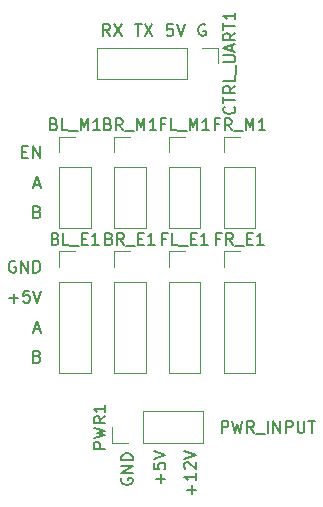
<source format=gto>
G04 #@! TF.GenerationSoftware,KiCad,Pcbnew,7.0.11+1*
G04 #@! TF.CreationDate,2024-05-23T22:44:02+02:00*
G04 #@! TF.ProjectId,pcb_shield,7063625f-7368-4696-956c-642e6b696361,rev?*
G04 #@! TF.SameCoordinates,Original*
G04 #@! TF.FileFunction,Legend,Top*
G04 #@! TF.FilePolarity,Positive*
%FSLAX46Y46*%
G04 Gerber Fmt 4.6, Leading zero omitted, Abs format (unit mm)*
G04 Created by KiCad (PCBNEW 7.0.11+1) date 2024-05-23 22:44:02*
%MOMM*%
%LPD*%
G01*
G04 APERTURE LIST*
%ADD10C,0.150000*%
%ADD11C,0.120000*%
%ADD12R,1.700000X1.700000*%
%ADD13O,1.700000X1.700000*%
%ADD14C,3.200000*%
G04 APERTURE END LIST*
D10*
X134598446Y-67469819D02*
X135169874Y-67469819D01*
X134884160Y-68469819D02*
X134884160Y-67469819D01*
X135407970Y-67469819D02*
X136074636Y-68469819D01*
X136074636Y-67469819D02*
X135407970Y-68469819D01*
X124470112Y-87559188D02*
X124374874Y-87511569D01*
X124374874Y-87511569D02*
X124232017Y-87511569D01*
X124232017Y-87511569D02*
X124089160Y-87559188D01*
X124089160Y-87559188D02*
X123993922Y-87654426D01*
X123993922Y-87654426D02*
X123946303Y-87749664D01*
X123946303Y-87749664D02*
X123898684Y-87940140D01*
X123898684Y-87940140D02*
X123898684Y-88082997D01*
X123898684Y-88082997D02*
X123946303Y-88273473D01*
X123946303Y-88273473D02*
X123993922Y-88368711D01*
X123993922Y-88368711D02*
X124089160Y-88463950D01*
X124089160Y-88463950D02*
X124232017Y-88511569D01*
X124232017Y-88511569D02*
X124327255Y-88511569D01*
X124327255Y-88511569D02*
X124470112Y-88463950D01*
X124470112Y-88463950D02*
X124517731Y-88416330D01*
X124517731Y-88416330D02*
X124517731Y-88082997D01*
X124517731Y-88082997D02*
X124327255Y-88082997D01*
X124946303Y-88511569D02*
X124946303Y-87511569D01*
X124946303Y-87511569D02*
X125517731Y-88511569D01*
X125517731Y-88511569D02*
X125517731Y-87511569D01*
X125993922Y-88511569D02*
X125993922Y-87511569D01*
X125993922Y-87511569D02*
X126232017Y-87511569D01*
X126232017Y-87511569D02*
X126374874Y-87559188D01*
X126374874Y-87559188D02*
X126470112Y-87654426D01*
X126470112Y-87654426D02*
X126517731Y-87749664D01*
X126517731Y-87749664D02*
X126565350Y-87940140D01*
X126565350Y-87940140D02*
X126565350Y-88082997D01*
X126565350Y-88082997D02*
X126517731Y-88273473D01*
X126517731Y-88273473D02*
X126470112Y-88368711D01*
X126470112Y-88368711D02*
X126374874Y-88463950D01*
X126374874Y-88463950D02*
X126232017Y-88511569D01*
X126232017Y-88511569D02*
X125993922Y-88511569D01*
X126089160Y-81065854D02*
X126565350Y-81065854D01*
X125993922Y-81351569D02*
X126327255Y-80351569D01*
X126327255Y-80351569D02*
X126660588Y-81351569D01*
X140535588Y-67517438D02*
X140440350Y-67469819D01*
X140440350Y-67469819D02*
X140297493Y-67469819D01*
X140297493Y-67469819D02*
X140154636Y-67517438D01*
X140154636Y-67517438D02*
X140059398Y-67612676D01*
X140059398Y-67612676D02*
X140011779Y-67707914D01*
X140011779Y-67707914D02*
X139964160Y-67898390D01*
X139964160Y-67898390D02*
X139964160Y-68041247D01*
X139964160Y-68041247D02*
X140011779Y-68231723D01*
X140011779Y-68231723D02*
X140059398Y-68326961D01*
X140059398Y-68326961D02*
X140154636Y-68422200D01*
X140154636Y-68422200D02*
X140297493Y-68469819D01*
X140297493Y-68469819D02*
X140392731Y-68469819D01*
X140392731Y-68469819D02*
X140535588Y-68422200D01*
X140535588Y-68422200D02*
X140583207Y-68374580D01*
X140583207Y-68374580D02*
X140583207Y-68041247D01*
X140583207Y-68041247D02*
X140392731Y-68041247D01*
X126089160Y-93305854D02*
X126565350Y-93305854D01*
X125993922Y-93591569D02*
X126327255Y-92591569D01*
X126327255Y-92591569D02*
X126660588Y-93591569D01*
X125041541Y-78287759D02*
X125374874Y-78287759D01*
X125517731Y-78811569D02*
X125041541Y-78811569D01*
X125041541Y-78811569D02*
X125041541Y-77811569D01*
X125041541Y-77811569D02*
X125517731Y-77811569D01*
X125946303Y-78811569D02*
X125946303Y-77811569D01*
X125946303Y-77811569D02*
X126517731Y-78811569D01*
X126517731Y-78811569D02*
X126517731Y-77811569D01*
X133473524Y-105917457D02*
X133425905Y-106012695D01*
X133425905Y-106012695D02*
X133425905Y-106155552D01*
X133425905Y-106155552D02*
X133473524Y-106298409D01*
X133473524Y-106298409D02*
X133568762Y-106393647D01*
X133568762Y-106393647D02*
X133664000Y-106441266D01*
X133664000Y-106441266D02*
X133854476Y-106488885D01*
X133854476Y-106488885D02*
X133997333Y-106488885D01*
X133997333Y-106488885D02*
X134187809Y-106441266D01*
X134187809Y-106441266D02*
X134283047Y-106393647D01*
X134283047Y-106393647D02*
X134378286Y-106298409D01*
X134378286Y-106298409D02*
X134425905Y-106155552D01*
X134425905Y-106155552D02*
X134425905Y-106060314D01*
X134425905Y-106060314D02*
X134378286Y-105917457D01*
X134378286Y-105917457D02*
X134330666Y-105869838D01*
X134330666Y-105869838D02*
X133997333Y-105869838D01*
X133997333Y-105869838D02*
X133997333Y-106060314D01*
X134425905Y-105441266D02*
X133425905Y-105441266D01*
X133425905Y-105441266D02*
X134425905Y-104869838D01*
X134425905Y-104869838D02*
X133425905Y-104869838D01*
X134425905Y-104393647D02*
X133425905Y-104393647D01*
X133425905Y-104393647D02*
X133425905Y-104155552D01*
X133425905Y-104155552D02*
X133473524Y-104012695D01*
X133473524Y-104012695D02*
X133568762Y-103917457D01*
X133568762Y-103917457D02*
X133664000Y-103869838D01*
X133664000Y-103869838D02*
X133854476Y-103822219D01*
X133854476Y-103822219D02*
X133997333Y-103822219D01*
X133997333Y-103822219D02*
X134187809Y-103869838D01*
X134187809Y-103869838D02*
X134283047Y-103917457D01*
X134283047Y-103917457D02*
X134378286Y-104012695D01*
X134378286Y-104012695D02*
X134425905Y-104155552D01*
X134425905Y-104155552D02*
X134425905Y-104393647D01*
X126327255Y-83367759D02*
X126470112Y-83415378D01*
X126470112Y-83415378D02*
X126517731Y-83462997D01*
X126517731Y-83462997D02*
X126565350Y-83558235D01*
X126565350Y-83558235D02*
X126565350Y-83701092D01*
X126565350Y-83701092D02*
X126517731Y-83796330D01*
X126517731Y-83796330D02*
X126470112Y-83843950D01*
X126470112Y-83843950D02*
X126374874Y-83891569D01*
X126374874Y-83891569D02*
X125993922Y-83891569D01*
X125993922Y-83891569D02*
X125993922Y-82891569D01*
X125993922Y-82891569D02*
X126327255Y-82891569D01*
X126327255Y-82891569D02*
X126422493Y-82939188D01*
X126422493Y-82939188D02*
X126470112Y-82986807D01*
X126470112Y-82986807D02*
X126517731Y-83082045D01*
X126517731Y-83082045D02*
X126517731Y-83177283D01*
X126517731Y-83177283D02*
X126470112Y-83272521D01*
X126470112Y-83272521D02*
X126422493Y-83320140D01*
X126422493Y-83320140D02*
X126327255Y-83367759D01*
X126327255Y-83367759D02*
X125993922Y-83367759D01*
X126327255Y-95607759D02*
X126470112Y-95655378D01*
X126470112Y-95655378D02*
X126517731Y-95702997D01*
X126517731Y-95702997D02*
X126565350Y-95798235D01*
X126565350Y-95798235D02*
X126565350Y-95941092D01*
X126565350Y-95941092D02*
X126517731Y-96036330D01*
X126517731Y-96036330D02*
X126470112Y-96083950D01*
X126470112Y-96083950D02*
X126374874Y-96131569D01*
X126374874Y-96131569D02*
X125993922Y-96131569D01*
X125993922Y-96131569D02*
X125993922Y-95131569D01*
X125993922Y-95131569D02*
X126327255Y-95131569D01*
X126327255Y-95131569D02*
X126422493Y-95179188D01*
X126422493Y-95179188D02*
X126470112Y-95226807D01*
X126470112Y-95226807D02*
X126517731Y-95322045D01*
X126517731Y-95322045D02*
X126517731Y-95417283D01*
X126517731Y-95417283D02*
X126470112Y-95512521D01*
X126470112Y-95512521D02*
X126422493Y-95560140D01*
X126422493Y-95560140D02*
X126327255Y-95607759D01*
X126327255Y-95607759D02*
X125993922Y-95607759D01*
X136788866Y-106363220D02*
X136788866Y-105601316D01*
X137169819Y-105982268D02*
X136407914Y-105982268D01*
X136169819Y-104648935D02*
X136169819Y-105125125D01*
X136169819Y-105125125D02*
X136646009Y-105172744D01*
X136646009Y-105172744D02*
X136598390Y-105125125D01*
X136598390Y-105125125D02*
X136550771Y-105029887D01*
X136550771Y-105029887D02*
X136550771Y-104791792D01*
X136550771Y-104791792D02*
X136598390Y-104696554D01*
X136598390Y-104696554D02*
X136646009Y-104648935D01*
X136646009Y-104648935D02*
X136741247Y-104601316D01*
X136741247Y-104601316D02*
X136979342Y-104601316D01*
X136979342Y-104601316D02*
X137074580Y-104648935D01*
X137074580Y-104648935D02*
X137122200Y-104696554D01*
X137122200Y-104696554D02*
X137169819Y-104791792D01*
X137169819Y-104791792D02*
X137169819Y-105029887D01*
X137169819Y-105029887D02*
X137122200Y-105125125D01*
X137122200Y-105125125D02*
X137074580Y-105172744D01*
X136169819Y-104315601D02*
X137169819Y-103982268D01*
X137169819Y-103982268D02*
X136169819Y-103648935D01*
X123946303Y-90670616D02*
X124708208Y-90670616D01*
X124327255Y-91051569D02*
X124327255Y-90289664D01*
X125660588Y-90051569D02*
X125184398Y-90051569D01*
X125184398Y-90051569D02*
X125136779Y-90527759D01*
X125136779Y-90527759D02*
X125184398Y-90480140D01*
X125184398Y-90480140D02*
X125279636Y-90432521D01*
X125279636Y-90432521D02*
X125517731Y-90432521D01*
X125517731Y-90432521D02*
X125612969Y-90480140D01*
X125612969Y-90480140D02*
X125660588Y-90527759D01*
X125660588Y-90527759D02*
X125708207Y-90622997D01*
X125708207Y-90622997D02*
X125708207Y-90861092D01*
X125708207Y-90861092D02*
X125660588Y-90956330D01*
X125660588Y-90956330D02*
X125612969Y-91003950D01*
X125612969Y-91003950D02*
X125517731Y-91051569D01*
X125517731Y-91051569D02*
X125279636Y-91051569D01*
X125279636Y-91051569D02*
X125184398Y-91003950D01*
X125184398Y-91003950D02*
X125136779Y-90956330D01*
X125993922Y-90051569D02*
X126327255Y-91051569D01*
X126327255Y-91051569D02*
X126660588Y-90051569D01*
X141936779Y-102071569D02*
X141936779Y-101071569D01*
X141936779Y-101071569D02*
X142317731Y-101071569D01*
X142317731Y-101071569D02*
X142412969Y-101119188D01*
X142412969Y-101119188D02*
X142460588Y-101166807D01*
X142460588Y-101166807D02*
X142508207Y-101262045D01*
X142508207Y-101262045D02*
X142508207Y-101404902D01*
X142508207Y-101404902D02*
X142460588Y-101500140D01*
X142460588Y-101500140D02*
X142412969Y-101547759D01*
X142412969Y-101547759D02*
X142317731Y-101595378D01*
X142317731Y-101595378D02*
X141936779Y-101595378D01*
X142841541Y-101071569D02*
X143079636Y-102071569D01*
X143079636Y-102071569D02*
X143270112Y-101357283D01*
X143270112Y-101357283D02*
X143460588Y-102071569D01*
X143460588Y-102071569D02*
X143698684Y-101071569D01*
X144651064Y-102071569D02*
X144317731Y-101595378D01*
X144079636Y-102071569D02*
X144079636Y-101071569D01*
X144079636Y-101071569D02*
X144460588Y-101071569D01*
X144460588Y-101071569D02*
X144555826Y-101119188D01*
X144555826Y-101119188D02*
X144603445Y-101166807D01*
X144603445Y-101166807D02*
X144651064Y-101262045D01*
X144651064Y-101262045D02*
X144651064Y-101404902D01*
X144651064Y-101404902D02*
X144603445Y-101500140D01*
X144603445Y-101500140D02*
X144555826Y-101547759D01*
X144555826Y-101547759D02*
X144460588Y-101595378D01*
X144460588Y-101595378D02*
X144079636Y-101595378D01*
X144841541Y-102166807D02*
X145603445Y-102166807D01*
X145841541Y-102071569D02*
X145841541Y-101071569D01*
X146317731Y-102071569D02*
X146317731Y-101071569D01*
X146317731Y-101071569D02*
X146889159Y-102071569D01*
X146889159Y-102071569D02*
X146889159Y-101071569D01*
X147365350Y-102071569D02*
X147365350Y-101071569D01*
X147365350Y-101071569D02*
X147746302Y-101071569D01*
X147746302Y-101071569D02*
X147841540Y-101119188D01*
X147841540Y-101119188D02*
X147889159Y-101166807D01*
X147889159Y-101166807D02*
X147936778Y-101262045D01*
X147936778Y-101262045D02*
X147936778Y-101404902D01*
X147936778Y-101404902D02*
X147889159Y-101500140D01*
X147889159Y-101500140D02*
X147841540Y-101547759D01*
X147841540Y-101547759D02*
X147746302Y-101595378D01*
X147746302Y-101595378D02*
X147365350Y-101595378D01*
X148365350Y-101071569D02*
X148365350Y-101881092D01*
X148365350Y-101881092D02*
X148412969Y-101976330D01*
X148412969Y-101976330D02*
X148460588Y-102023950D01*
X148460588Y-102023950D02*
X148555826Y-102071569D01*
X148555826Y-102071569D02*
X148746302Y-102071569D01*
X148746302Y-102071569D02*
X148841540Y-102023950D01*
X148841540Y-102023950D02*
X148889159Y-101976330D01*
X148889159Y-101976330D02*
X148936778Y-101881092D01*
X148936778Y-101881092D02*
X148936778Y-101071569D01*
X149270112Y-101071569D02*
X149841540Y-101071569D01*
X149555826Y-102071569D02*
X149555826Y-101071569D01*
X137805112Y-67469819D02*
X137328922Y-67469819D01*
X137328922Y-67469819D02*
X137281303Y-67946009D01*
X137281303Y-67946009D02*
X137328922Y-67898390D01*
X137328922Y-67898390D02*
X137424160Y-67850771D01*
X137424160Y-67850771D02*
X137662255Y-67850771D01*
X137662255Y-67850771D02*
X137757493Y-67898390D01*
X137757493Y-67898390D02*
X137805112Y-67946009D01*
X137805112Y-67946009D02*
X137852731Y-68041247D01*
X137852731Y-68041247D02*
X137852731Y-68279342D01*
X137852731Y-68279342D02*
X137805112Y-68374580D01*
X137805112Y-68374580D02*
X137757493Y-68422200D01*
X137757493Y-68422200D02*
X137662255Y-68469819D01*
X137662255Y-68469819D02*
X137424160Y-68469819D01*
X137424160Y-68469819D02*
X137328922Y-68422200D01*
X137328922Y-68422200D02*
X137281303Y-68374580D01*
X138138446Y-67469819D02*
X138471779Y-68469819D01*
X138471779Y-68469819D02*
X138805112Y-67469819D01*
X132487017Y-68469819D02*
X132153684Y-67993628D01*
X131915589Y-68469819D02*
X131915589Y-67469819D01*
X131915589Y-67469819D02*
X132296541Y-67469819D01*
X132296541Y-67469819D02*
X132391779Y-67517438D01*
X132391779Y-67517438D02*
X132439398Y-67565057D01*
X132439398Y-67565057D02*
X132487017Y-67660295D01*
X132487017Y-67660295D02*
X132487017Y-67803152D01*
X132487017Y-67803152D02*
X132439398Y-67898390D01*
X132439398Y-67898390D02*
X132391779Y-67946009D01*
X132391779Y-67946009D02*
X132296541Y-67993628D01*
X132296541Y-67993628D02*
X131915589Y-67993628D01*
X132820351Y-67469819D02*
X133487017Y-68469819D01*
X133487017Y-67469819D02*
X132820351Y-68469819D01*
X139388866Y-107263220D02*
X139388866Y-106501316D01*
X139769819Y-106882268D02*
X139007914Y-106882268D01*
X139769819Y-105501316D02*
X139769819Y-106072744D01*
X139769819Y-105787030D02*
X138769819Y-105787030D01*
X138769819Y-105787030D02*
X138912676Y-105882268D01*
X138912676Y-105882268D02*
X139007914Y-105977506D01*
X139007914Y-105977506D02*
X139055533Y-106072744D01*
X138865057Y-105120363D02*
X138817438Y-105072744D01*
X138817438Y-105072744D02*
X138769819Y-104977506D01*
X138769819Y-104977506D02*
X138769819Y-104739411D01*
X138769819Y-104739411D02*
X138817438Y-104644173D01*
X138817438Y-104644173D02*
X138865057Y-104596554D01*
X138865057Y-104596554D02*
X138960295Y-104548935D01*
X138960295Y-104548935D02*
X139055533Y-104548935D01*
X139055533Y-104548935D02*
X139198390Y-104596554D01*
X139198390Y-104596554D02*
X139769819Y-105167982D01*
X139769819Y-105167982D02*
X139769819Y-104548935D01*
X138769819Y-104263220D02*
X139769819Y-103929887D01*
X139769819Y-103929887D02*
X138769819Y-103596554D01*
X141796433Y-85641009D02*
X141463100Y-85641009D01*
X141463100Y-86164819D02*
X141463100Y-85164819D01*
X141463100Y-85164819D02*
X141939290Y-85164819D01*
X142891671Y-86164819D02*
X142558338Y-85688628D01*
X142320243Y-86164819D02*
X142320243Y-85164819D01*
X142320243Y-85164819D02*
X142701195Y-85164819D01*
X142701195Y-85164819D02*
X142796433Y-85212438D01*
X142796433Y-85212438D02*
X142844052Y-85260057D01*
X142844052Y-85260057D02*
X142891671Y-85355295D01*
X142891671Y-85355295D02*
X142891671Y-85498152D01*
X142891671Y-85498152D02*
X142844052Y-85593390D01*
X142844052Y-85593390D02*
X142796433Y-85641009D01*
X142796433Y-85641009D02*
X142701195Y-85688628D01*
X142701195Y-85688628D02*
X142320243Y-85688628D01*
X143082148Y-86260057D02*
X143844052Y-86260057D01*
X144082148Y-85641009D02*
X144415481Y-85641009D01*
X144558338Y-86164819D02*
X144082148Y-86164819D01*
X144082148Y-86164819D02*
X144082148Y-85164819D01*
X144082148Y-85164819D02*
X144558338Y-85164819D01*
X145510719Y-86164819D02*
X144939291Y-86164819D01*
X145225005Y-86164819D02*
X145225005Y-85164819D01*
X145225005Y-85164819D02*
X145129767Y-85307676D01*
X145129767Y-85307676D02*
X145034529Y-85402914D01*
X145034529Y-85402914D02*
X144939291Y-85450533D01*
X127870242Y-85641009D02*
X128013099Y-85688628D01*
X128013099Y-85688628D02*
X128060718Y-85736247D01*
X128060718Y-85736247D02*
X128108337Y-85831485D01*
X128108337Y-85831485D02*
X128108337Y-85974342D01*
X128108337Y-85974342D02*
X128060718Y-86069580D01*
X128060718Y-86069580D02*
X128013099Y-86117200D01*
X128013099Y-86117200D02*
X127917861Y-86164819D01*
X127917861Y-86164819D02*
X127536909Y-86164819D01*
X127536909Y-86164819D02*
X127536909Y-85164819D01*
X127536909Y-85164819D02*
X127870242Y-85164819D01*
X127870242Y-85164819D02*
X127965480Y-85212438D01*
X127965480Y-85212438D02*
X128013099Y-85260057D01*
X128013099Y-85260057D02*
X128060718Y-85355295D01*
X128060718Y-85355295D02*
X128060718Y-85450533D01*
X128060718Y-85450533D02*
X128013099Y-85545771D01*
X128013099Y-85545771D02*
X127965480Y-85593390D01*
X127965480Y-85593390D02*
X127870242Y-85641009D01*
X127870242Y-85641009D02*
X127536909Y-85641009D01*
X129013099Y-86164819D02*
X128536909Y-86164819D01*
X128536909Y-86164819D02*
X128536909Y-85164819D01*
X129108338Y-86260057D02*
X129870242Y-86260057D01*
X130108338Y-85641009D02*
X130441671Y-85641009D01*
X130584528Y-86164819D02*
X130108338Y-86164819D01*
X130108338Y-86164819D02*
X130108338Y-85164819D01*
X130108338Y-85164819D02*
X130584528Y-85164819D01*
X131536909Y-86164819D02*
X130965481Y-86164819D01*
X131251195Y-86164819D02*
X131251195Y-85164819D01*
X131251195Y-85164819D02*
X131155957Y-85307676D01*
X131155957Y-85307676D02*
X131060719Y-85402914D01*
X131060719Y-85402914D02*
X130965481Y-85450533D01*
X137122623Y-75941009D02*
X136789290Y-75941009D01*
X136789290Y-76464819D02*
X136789290Y-75464819D01*
X136789290Y-75464819D02*
X137265480Y-75464819D01*
X138122623Y-76464819D02*
X137646433Y-76464819D01*
X137646433Y-76464819D02*
X137646433Y-75464819D01*
X138217862Y-76560057D02*
X138979766Y-76560057D01*
X139217862Y-76464819D02*
X139217862Y-75464819D01*
X139217862Y-75464819D02*
X139551195Y-76179104D01*
X139551195Y-76179104D02*
X139884528Y-75464819D01*
X139884528Y-75464819D02*
X139884528Y-76464819D01*
X140884528Y-76464819D02*
X140313100Y-76464819D01*
X140598814Y-76464819D02*
X140598814Y-75464819D01*
X140598814Y-75464819D02*
X140503576Y-75607676D01*
X140503576Y-75607676D02*
X140408338Y-75702914D01*
X140408338Y-75702914D02*
X140313100Y-75750533D01*
X127751195Y-75941009D02*
X127894052Y-75988628D01*
X127894052Y-75988628D02*
X127941671Y-76036247D01*
X127941671Y-76036247D02*
X127989290Y-76131485D01*
X127989290Y-76131485D02*
X127989290Y-76274342D01*
X127989290Y-76274342D02*
X127941671Y-76369580D01*
X127941671Y-76369580D02*
X127894052Y-76417200D01*
X127894052Y-76417200D02*
X127798814Y-76464819D01*
X127798814Y-76464819D02*
X127417862Y-76464819D01*
X127417862Y-76464819D02*
X127417862Y-75464819D01*
X127417862Y-75464819D02*
X127751195Y-75464819D01*
X127751195Y-75464819D02*
X127846433Y-75512438D01*
X127846433Y-75512438D02*
X127894052Y-75560057D01*
X127894052Y-75560057D02*
X127941671Y-75655295D01*
X127941671Y-75655295D02*
X127941671Y-75750533D01*
X127941671Y-75750533D02*
X127894052Y-75845771D01*
X127894052Y-75845771D02*
X127846433Y-75893390D01*
X127846433Y-75893390D02*
X127751195Y-75941009D01*
X127751195Y-75941009D02*
X127417862Y-75941009D01*
X128894052Y-76464819D02*
X128417862Y-76464819D01*
X128417862Y-76464819D02*
X128417862Y-75464819D01*
X128989291Y-76560057D02*
X129751195Y-76560057D01*
X129989291Y-76464819D02*
X129989291Y-75464819D01*
X129989291Y-75464819D02*
X130322624Y-76179104D01*
X130322624Y-76179104D02*
X130655957Y-75464819D01*
X130655957Y-75464819D02*
X130655957Y-76464819D01*
X131655957Y-76464819D02*
X131084529Y-76464819D01*
X131370243Y-76464819D02*
X131370243Y-75464819D01*
X131370243Y-75464819D02*
X131275005Y-75607676D01*
X131275005Y-75607676D02*
X131179767Y-75702914D01*
X131179767Y-75702914D02*
X131084529Y-75750533D01*
X132099819Y-103409523D02*
X131099819Y-103409523D01*
X131099819Y-103409523D02*
X131099819Y-103028571D01*
X131099819Y-103028571D02*
X131147438Y-102933333D01*
X131147438Y-102933333D02*
X131195057Y-102885714D01*
X131195057Y-102885714D02*
X131290295Y-102838095D01*
X131290295Y-102838095D02*
X131433152Y-102838095D01*
X131433152Y-102838095D02*
X131528390Y-102885714D01*
X131528390Y-102885714D02*
X131576009Y-102933333D01*
X131576009Y-102933333D02*
X131623628Y-103028571D01*
X131623628Y-103028571D02*
X131623628Y-103409523D01*
X131099819Y-102504761D02*
X132099819Y-102266666D01*
X132099819Y-102266666D02*
X131385533Y-102076190D01*
X131385533Y-102076190D02*
X132099819Y-101885714D01*
X132099819Y-101885714D02*
X131099819Y-101647619D01*
X132099819Y-100695238D02*
X131623628Y-101028571D01*
X132099819Y-101266666D02*
X131099819Y-101266666D01*
X131099819Y-101266666D02*
X131099819Y-100885714D01*
X131099819Y-100885714D02*
X131147438Y-100790476D01*
X131147438Y-100790476D02*
X131195057Y-100742857D01*
X131195057Y-100742857D02*
X131290295Y-100695238D01*
X131290295Y-100695238D02*
X131433152Y-100695238D01*
X131433152Y-100695238D02*
X131528390Y-100742857D01*
X131528390Y-100742857D02*
X131576009Y-100790476D01*
X131576009Y-100790476D02*
X131623628Y-100885714D01*
X131623628Y-100885714D02*
X131623628Y-101266666D01*
X132099819Y-99742857D02*
X132099819Y-100314285D01*
X132099819Y-100028571D02*
X131099819Y-100028571D01*
X131099819Y-100028571D02*
X131242676Y-100123809D01*
X131242676Y-100123809D02*
X131337914Y-100219047D01*
X131337914Y-100219047D02*
X131385533Y-100314285D01*
X141677385Y-75941009D02*
X141344052Y-75941009D01*
X141344052Y-76464819D02*
X141344052Y-75464819D01*
X141344052Y-75464819D02*
X141820242Y-75464819D01*
X142772623Y-76464819D02*
X142439290Y-75988628D01*
X142201195Y-76464819D02*
X142201195Y-75464819D01*
X142201195Y-75464819D02*
X142582147Y-75464819D01*
X142582147Y-75464819D02*
X142677385Y-75512438D01*
X142677385Y-75512438D02*
X142725004Y-75560057D01*
X142725004Y-75560057D02*
X142772623Y-75655295D01*
X142772623Y-75655295D02*
X142772623Y-75798152D01*
X142772623Y-75798152D02*
X142725004Y-75893390D01*
X142725004Y-75893390D02*
X142677385Y-75941009D01*
X142677385Y-75941009D02*
X142582147Y-75988628D01*
X142582147Y-75988628D02*
X142201195Y-75988628D01*
X142963100Y-76560057D02*
X143725004Y-76560057D01*
X143963100Y-76464819D02*
X143963100Y-75464819D01*
X143963100Y-75464819D02*
X144296433Y-76179104D01*
X144296433Y-76179104D02*
X144629766Y-75464819D01*
X144629766Y-75464819D02*
X144629766Y-76464819D01*
X145629766Y-76464819D02*
X145058338Y-76464819D01*
X145344052Y-76464819D02*
X145344052Y-75464819D01*
X145344052Y-75464819D02*
X145248814Y-75607676D01*
X145248814Y-75607676D02*
X145153576Y-75702914D01*
X145153576Y-75702914D02*
X145058338Y-75750533D01*
X132425004Y-85641009D02*
X132567861Y-85688628D01*
X132567861Y-85688628D02*
X132615480Y-85736247D01*
X132615480Y-85736247D02*
X132663099Y-85831485D01*
X132663099Y-85831485D02*
X132663099Y-85974342D01*
X132663099Y-85974342D02*
X132615480Y-86069580D01*
X132615480Y-86069580D02*
X132567861Y-86117200D01*
X132567861Y-86117200D02*
X132472623Y-86164819D01*
X132472623Y-86164819D02*
X132091671Y-86164819D01*
X132091671Y-86164819D02*
X132091671Y-85164819D01*
X132091671Y-85164819D02*
X132425004Y-85164819D01*
X132425004Y-85164819D02*
X132520242Y-85212438D01*
X132520242Y-85212438D02*
X132567861Y-85260057D01*
X132567861Y-85260057D02*
X132615480Y-85355295D01*
X132615480Y-85355295D02*
X132615480Y-85450533D01*
X132615480Y-85450533D02*
X132567861Y-85545771D01*
X132567861Y-85545771D02*
X132520242Y-85593390D01*
X132520242Y-85593390D02*
X132425004Y-85641009D01*
X132425004Y-85641009D02*
X132091671Y-85641009D01*
X133663099Y-86164819D02*
X133329766Y-85688628D01*
X133091671Y-86164819D02*
X133091671Y-85164819D01*
X133091671Y-85164819D02*
X133472623Y-85164819D01*
X133472623Y-85164819D02*
X133567861Y-85212438D01*
X133567861Y-85212438D02*
X133615480Y-85260057D01*
X133615480Y-85260057D02*
X133663099Y-85355295D01*
X133663099Y-85355295D02*
X133663099Y-85498152D01*
X133663099Y-85498152D02*
X133615480Y-85593390D01*
X133615480Y-85593390D02*
X133567861Y-85641009D01*
X133567861Y-85641009D02*
X133472623Y-85688628D01*
X133472623Y-85688628D02*
X133091671Y-85688628D01*
X133853576Y-86260057D02*
X134615480Y-86260057D01*
X134853576Y-85641009D02*
X135186909Y-85641009D01*
X135329766Y-86164819D02*
X134853576Y-86164819D01*
X134853576Y-86164819D02*
X134853576Y-85164819D01*
X134853576Y-85164819D02*
X135329766Y-85164819D01*
X136282147Y-86164819D02*
X135710719Y-86164819D01*
X135996433Y-86164819D02*
X135996433Y-85164819D01*
X135996433Y-85164819D02*
X135901195Y-85307676D01*
X135901195Y-85307676D02*
X135805957Y-85402914D01*
X135805957Y-85402914D02*
X135710719Y-85450533D01*
X132305957Y-75941009D02*
X132448814Y-75988628D01*
X132448814Y-75988628D02*
X132496433Y-76036247D01*
X132496433Y-76036247D02*
X132544052Y-76131485D01*
X132544052Y-76131485D02*
X132544052Y-76274342D01*
X132544052Y-76274342D02*
X132496433Y-76369580D01*
X132496433Y-76369580D02*
X132448814Y-76417200D01*
X132448814Y-76417200D02*
X132353576Y-76464819D01*
X132353576Y-76464819D02*
X131972624Y-76464819D01*
X131972624Y-76464819D02*
X131972624Y-75464819D01*
X131972624Y-75464819D02*
X132305957Y-75464819D01*
X132305957Y-75464819D02*
X132401195Y-75512438D01*
X132401195Y-75512438D02*
X132448814Y-75560057D01*
X132448814Y-75560057D02*
X132496433Y-75655295D01*
X132496433Y-75655295D02*
X132496433Y-75750533D01*
X132496433Y-75750533D02*
X132448814Y-75845771D01*
X132448814Y-75845771D02*
X132401195Y-75893390D01*
X132401195Y-75893390D02*
X132305957Y-75941009D01*
X132305957Y-75941009D02*
X131972624Y-75941009D01*
X133544052Y-76464819D02*
X133210719Y-75988628D01*
X132972624Y-76464819D02*
X132972624Y-75464819D01*
X132972624Y-75464819D02*
X133353576Y-75464819D01*
X133353576Y-75464819D02*
X133448814Y-75512438D01*
X133448814Y-75512438D02*
X133496433Y-75560057D01*
X133496433Y-75560057D02*
X133544052Y-75655295D01*
X133544052Y-75655295D02*
X133544052Y-75798152D01*
X133544052Y-75798152D02*
X133496433Y-75893390D01*
X133496433Y-75893390D02*
X133448814Y-75941009D01*
X133448814Y-75941009D02*
X133353576Y-75988628D01*
X133353576Y-75988628D02*
X132972624Y-75988628D01*
X133734529Y-76560057D02*
X134496433Y-76560057D01*
X134734529Y-76464819D02*
X134734529Y-75464819D01*
X134734529Y-75464819D02*
X135067862Y-76179104D01*
X135067862Y-76179104D02*
X135401195Y-75464819D01*
X135401195Y-75464819D02*
X135401195Y-76464819D01*
X136401195Y-76464819D02*
X135829767Y-76464819D01*
X136115481Y-76464819D02*
X136115481Y-75464819D01*
X136115481Y-75464819D02*
X136020243Y-75607676D01*
X136020243Y-75607676D02*
X135925005Y-75702914D01*
X135925005Y-75702914D02*
X135829767Y-75750533D01*
X142989580Y-74466667D02*
X143037200Y-74514286D01*
X143037200Y-74514286D02*
X143084819Y-74657143D01*
X143084819Y-74657143D02*
X143084819Y-74752381D01*
X143084819Y-74752381D02*
X143037200Y-74895238D01*
X143037200Y-74895238D02*
X142941961Y-74990476D01*
X142941961Y-74990476D02*
X142846723Y-75038095D01*
X142846723Y-75038095D02*
X142656247Y-75085714D01*
X142656247Y-75085714D02*
X142513390Y-75085714D01*
X142513390Y-75085714D02*
X142322914Y-75038095D01*
X142322914Y-75038095D02*
X142227676Y-74990476D01*
X142227676Y-74990476D02*
X142132438Y-74895238D01*
X142132438Y-74895238D02*
X142084819Y-74752381D01*
X142084819Y-74752381D02*
X142084819Y-74657143D01*
X142084819Y-74657143D02*
X142132438Y-74514286D01*
X142132438Y-74514286D02*
X142180057Y-74466667D01*
X142084819Y-74180952D02*
X142084819Y-73609524D01*
X143084819Y-73895238D02*
X142084819Y-73895238D01*
X143084819Y-72704762D02*
X142608628Y-73038095D01*
X143084819Y-73276190D02*
X142084819Y-73276190D01*
X142084819Y-73276190D02*
X142084819Y-72895238D01*
X142084819Y-72895238D02*
X142132438Y-72800000D01*
X142132438Y-72800000D02*
X142180057Y-72752381D01*
X142180057Y-72752381D02*
X142275295Y-72704762D01*
X142275295Y-72704762D02*
X142418152Y-72704762D01*
X142418152Y-72704762D02*
X142513390Y-72752381D01*
X142513390Y-72752381D02*
X142561009Y-72800000D01*
X142561009Y-72800000D02*
X142608628Y-72895238D01*
X142608628Y-72895238D02*
X142608628Y-73276190D01*
X143084819Y-71800000D02*
X143084819Y-72276190D01*
X143084819Y-72276190D02*
X142084819Y-72276190D01*
X143180057Y-71704762D02*
X143180057Y-70942857D01*
X142084819Y-70704761D02*
X142894342Y-70704761D01*
X142894342Y-70704761D02*
X142989580Y-70657142D01*
X142989580Y-70657142D02*
X143037200Y-70609523D01*
X143037200Y-70609523D02*
X143084819Y-70514285D01*
X143084819Y-70514285D02*
X143084819Y-70323809D01*
X143084819Y-70323809D02*
X143037200Y-70228571D01*
X143037200Y-70228571D02*
X142989580Y-70180952D01*
X142989580Y-70180952D02*
X142894342Y-70133333D01*
X142894342Y-70133333D02*
X142084819Y-70133333D01*
X142799104Y-69704761D02*
X142799104Y-69228571D01*
X143084819Y-69799999D02*
X142084819Y-69466666D01*
X142084819Y-69466666D02*
X143084819Y-69133333D01*
X143084819Y-68228571D02*
X142608628Y-68561904D01*
X143084819Y-68799999D02*
X142084819Y-68799999D01*
X142084819Y-68799999D02*
X142084819Y-68419047D01*
X142084819Y-68419047D02*
X142132438Y-68323809D01*
X142132438Y-68323809D02*
X142180057Y-68276190D01*
X142180057Y-68276190D02*
X142275295Y-68228571D01*
X142275295Y-68228571D02*
X142418152Y-68228571D01*
X142418152Y-68228571D02*
X142513390Y-68276190D01*
X142513390Y-68276190D02*
X142561009Y-68323809D01*
X142561009Y-68323809D02*
X142608628Y-68419047D01*
X142608628Y-68419047D02*
X142608628Y-68799999D01*
X142084819Y-67942856D02*
X142084819Y-67371428D01*
X143084819Y-67657142D02*
X142084819Y-67657142D01*
X143084819Y-66514285D02*
X143084819Y-67085713D01*
X143084819Y-66799999D02*
X142084819Y-66799999D01*
X142084819Y-66799999D02*
X142227676Y-66895237D01*
X142227676Y-66895237D02*
X142322914Y-66990475D01*
X142322914Y-66990475D02*
X142370533Y-67085713D01*
X137241671Y-85641009D02*
X136908338Y-85641009D01*
X136908338Y-86164819D02*
X136908338Y-85164819D01*
X136908338Y-85164819D02*
X137384528Y-85164819D01*
X138241671Y-86164819D02*
X137765481Y-86164819D01*
X137765481Y-86164819D02*
X137765481Y-85164819D01*
X138336910Y-86260057D02*
X139098814Y-86260057D01*
X139336910Y-85641009D02*
X139670243Y-85641009D01*
X139813100Y-86164819D02*
X139336910Y-86164819D01*
X139336910Y-86164819D02*
X139336910Y-85164819D01*
X139336910Y-85164819D02*
X139813100Y-85164819D01*
X140765481Y-86164819D02*
X140194053Y-86164819D01*
X140479767Y-86164819D02*
X140479767Y-85164819D01*
X140479767Y-85164819D02*
X140384529Y-85307676D01*
X140384529Y-85307676D02*
X140289291Y-85402914D01*
X140289291Y-85402914D02*
X140194053Y-85450533D01*
D11*
X142133100Y-86710000D02*
X143463100Y-86710000D01*
X142133100Y-88040000D02*
X142133100Y-86710000D01*
X142133100Y-89310000D02*
X142133100Y-96990000D01*
X142133100Y-89310000D02*
X144793100Y-89310000D01*
X142133100Y-96990000D02*
X144793100Y-96990000D01*
X144793100Y-89310000D02*
X144793100Y-96990000D01*
X128183100Y-86710000D02*
X129513100Y-86710000D01*
X128183100Y-88040000D02*
X128183100Y-86710000D01*
X128183100Y-89310000D02*
X128183100Y-96990000D01*
X128183100Y-89310000D02*
X130843100Y-89310000D01*
X128183100Y-96990000D02*
X130843100Y-96990000D01*
X130843100Y-89310000D02*
X130843100Y-96990000D01*
X137483100Y-77010000D02*
X138813100Y-77010000D01*
X137483100Y-78340000D02*
X137483100Y-77010000D01*
X137483100Y-79610000D02*
X137483100Y-84750000D01*
X137483100Y-79610000D02*
X140143100Y-79610000D01*
X137483100Y-84750000D02*
X140143100Y-84750000D01*
X140143100Y-79610000D02*
X140143100Y-84750000D01*
X128183100Y-77010000D02*
X129513100Y-77010000D01*
X128183100Y-78340000D02*
X128183100Y-77010000D01*
X128183100Y-79610000D02*
X128183100Y-84750000D01*
X128183100Y-79610000D02*
X130843100Y-79610000D01*
X128183100Y-84750000D02*
X130843100Y-84750000D01*
X130843100Y-79610000D02*
X130843100Y-84750000D01*
X132645000Y-102930000D02*
X132645000Y-101600000D01*
X133975000Y-102930000D02*
X132645000Y-102930000D01*
X135245000Y-102930000D02*
X140385000Y-102930000D01*
X135245000Y-102930000D02*
X135245000Y-100270000D01*
X140385000Y-102930000D02*
X140385000Y-100270000D01*
X135245000Y-100270000D02*
X140385000Y-100270000D01*
X142133100Y-77010000D02*
X143463100Y-77010000D01*
X142133100Y-78340000D02*
X142133100Y-77010000D01*
X142133100Y-79610000D02*
X142133100Y-84750000D01*
X142133100Y-79610000D02*
X144793100Y-79610000D01*
X142133100Y-84750000D02*
X144793100Y-84750000D01*
X144793100Y-79610000D02*
X144793100Y-84750000D01*
X132833100Y-86710000D02*
X134163100Y-86710000D01*
X132833100Y-88040000D02*
X132833100Y-86710000D01*
X132833100Y-89310000D02*
X132833100Y-96990000D01*
X132833100Y-89310000D02*
X135493100Y-89310000D01*
X132833100Y-96990000D02*
X135493100Y-96990000D01*
X135493100Y-89310000D02*
X135493100Y-96990000D01*
X132833100Y-77010000D02*
X134163100Y-77010000D01*
X132833100Y-78340000D02*
X132833100Y-77010000D01*
X132833100Y-79610000D02*
X132833100Y-84750000D01*
X132833100Y-79610000D02*
X135493100Y-79610000D01*
X132833100Y-84750000D02*
X135493100Y-84750000D01*
X135493100Y-79610000D02*
X135493100Y-84750000D01*
X141630000Y-69470000D02*
X141630000Y-70800000D01*
X140300000Y-69470000D02*
X141630000Y-69470000D01*
X139030000Y-69470000D02*
X131350000Y-69470000D01*
X139030000Y-69470000D02*
X139030000Y-72130000D01*
X131350000Y-69470000D02*
X131350000Y-72130000D01*
X139030000Y-72130000D02*
X131350000Y-72130000D01*
X137483100Y-86710000D02*
X138813100Y-86710000D01*
X137483100Y-88040000D02*
X137483100Y-86710000D01*
X137483100Y-89310000D02*
X137483100Y-96990000D01*
X137483100Y-89310000D02*
X140143100Y-89310000D01*
X137483100Y-96990000D02*
X140143100Y-96990000D01*
X140143100Y-89310000D02*
X140143100Y-96990000D01*
%LPC*%
D12*
X143463100Y-88040000D03*
D13*
X143463100Y-90580000D03*
X143463100Y-93120000D03*
X143463100Y-95660000D03*
D14*
X160630000Y-59700000D03*
D12*
X129513100Y-88040000D03*
D13*
X129513100Y-90580000D03*
X129513100Y-93120000D03*
X129513100Y-95660000D03*
D12*
X138813100Y-78340000D03*
D13*
X138813100Y-80880000D03*
X138813100Y-83420000D03*
D12*
X129513100Y-78340000D03*
D13*
X129513100Y-80880000D03*
X129513100Y-83420000D03*
D12*
X133975000Y-101600000D03*
D13*
X136515000Y-101600000D03*
X139055000Y-101600000D03*
D12*
X143463100Y-78340000D03*
D13*
X143463100Y-80880000D03*
X143463100Y-83420000D03*
D12*
X134163100Y-88040000D03*
D13*
X134163100Y-90580000D03*
X134163100Y-93120000D03*
X134163100Y-95660000D03*
D12*
X134163100Y-78340000D03*
D13*
X134163100Y-80880000D03*
X134163100Y-83420000D03*
D14*
X145390000Y-110400000D03*
X112370000Y-58430000D03*
D12*
X140300000Y-70800000D03*
D13*
X137760000Y-70800000D03*
X135220000Y-70800000D03*
X132680000Y-70800000D03*
D12*
X138813100Y-88040000D03*
D13*
X138813100Y-90580000D03*
X138813100Y-93120000D03*
X138813100Y-95660000D03*
D12*
X165710000Y-62240000D03*
D13*
X168250000Y-62240000D03*
X165710000Y-64780000D03*
X168250000Y-64780000D03*
X165710000Y-67320000D03*
X168250000Y-67320000D03*
X165710000Y-69860000D03*
X168250000Y-69860000D03*
X165710000Y-72400000D03*
X168250000Y-72400000D03*
X165710000Y-74940000D03*
X168250000Y-74940000D03*
X165710000Y-77480000D03*
X168250000Y-77480000D03*
X165710000Y-80020000D03*
X168250000Y-80020000D03*
X165710000Y-82560000D03*
X168250000Y-82560000D03*
X165710000Y-85100000D03*
X168250000Y-85100000D03*
X165710000Y-87640000D03*
X168250000Y-87640000D03*
X165710000Y-90180000D03*
X168250000Y-90180000D03*
X165710000Y-92720000D03*
X168250000Y-92720000D03*
X165710000Y-95260000D03*
X168250000Y-95260000D03*
X165710000Y-97800000D03*
X168250000Y-97800000D03*
X165710000Y-100340000D03*
X168250000Y-100340000D03*
X165710000Y-102880000D03*
X168250000Y-102880000D03*
X165710000Y-105420000D03*
X168250000Y-105420000D03*
X165710000Y-107960000D03*
X168250000Y-107960000D03*
D12*
X104750000Y-62240000D03*
D13*
X107290000Y-62240000D03*
X104750000Y-64780000D03*
X107290000Y-64780000D03*
X104750000Y-67320000D03*
X107290000Y-67320000D03*
X104750000Y-69860000D03*
X107290000Y-69860000D03*
X104750000Y-72400000D03*
X107290000Y-72400000D03*
X104750000Y-74940000D03*
X107290000Y-74940000D03*
X104750000Y-77480000D03*
X107290000Y-77480000D03*
X104750000Y-80020000D03*
X107290000Y-80020000D03*
X104750000Y-82560000D03*
X107290000Y-82560000D03*
X104750000Y-85100000D03*
X107290000Y-85100000D03*
X104750000Y-87640000D03*
X107290000Y-87640000D03*
X104750000Y-90180000D03*
X107290000Y-90180000D03*
X104750000Y-92720000D03*
X107290000Y-92720000D03*
X104750000Y-95260000D03*
X107290000Y-95260000D03*
X104750000Y-97800000D03*
X107290000Y-97800000D03*
X104750000Y-100340000D03*
X107290000Y-100340000D03*
X104750000Y-102880000D03*
X107290000Y-102880000D03*
X104750000Y-105420000D03*
X107290000Y-105420000D03*
X104750000Y-107960000D03*
X107290000Y-107960000D03*
%LPD*%
M02*

</source>
